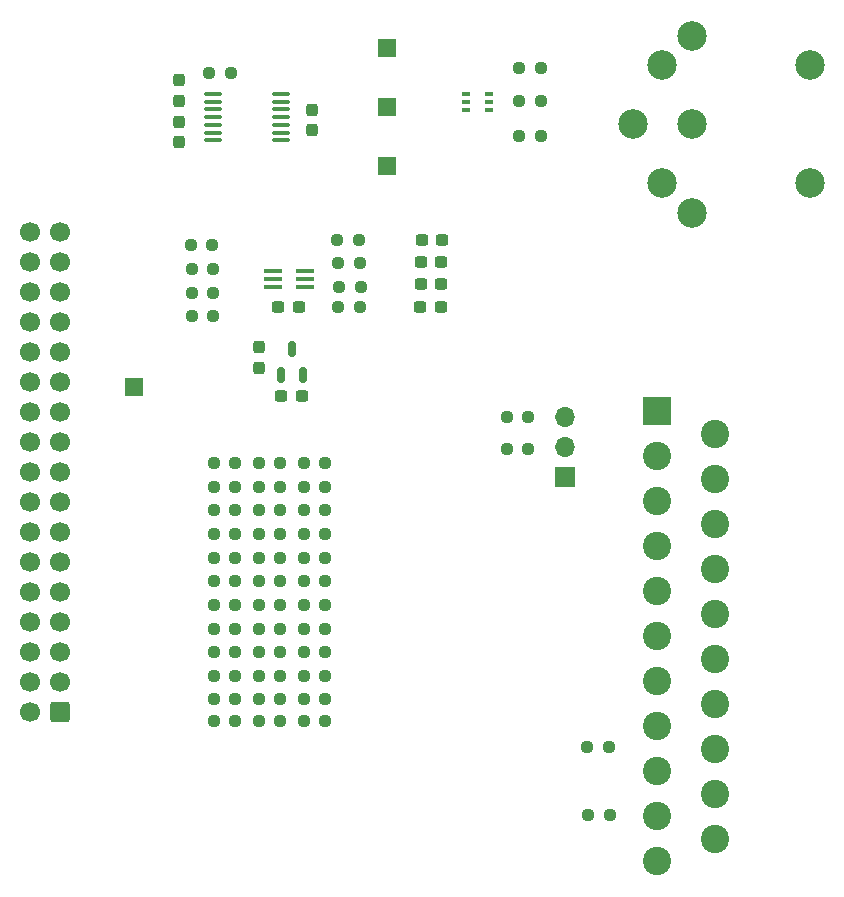
<source format=gts>
G04 #@! TF.GenerationSoftware,KiCad,Pcbnew,8.0.4+dfsg-1*
G04 #@! TF.CreationDate,2025-03-15T13:20:52+01:00*
G04 #@! TF.ProjectId,olimex-ice40-scart-header,6f6c696d-6578-42d6-9963-6534302d7363,rev?*
G04 #@! TF.SameCoordinates,Original*
G04 #@! TF.FileFunction,Soldermask,Top*
G04 #@! TF.FilePolarity,Negative*
%FSLAX46Y46*%
G04 Gerber Fmt 4.6, Leading zero omitted, Abs format (unit mm)*
G04 Created by KiCad (PCBNEW 8.0.4+dfsg-1) date 2025-03-15 13:20:52*
%MOMM*%
%LPD*%
G01*
G04 APERTURE LIST*
G04 Aperture macros list*
%AMRoundRect*
0 Rectangle with rounded corners*
0 $1 Rounding radius*
0 $2 $3 $4 $5 $6 $7 $8 $9 X,Y pos of 4 corners*
0 Add a 4 corners polygon primitive as box body*
4,1,4,$2,$3,$4,$5,$6,$7,$8,$9,$2,$3,0*
0 Add four circle primitives for the rounded corners*
1,1,$1+$1,$2,$3*
1,1,$1+$1,$4,$5*
1,1,$1+$1,$6,$7*
1,1,$1+$1,$8,$9*
0 Add four rect primitives between the rounded corners*
20,1,$1+$1,$2,$3,$4,$5,0*
20,1,$1+$1,$4,$5,$6,$7,0*
20,1,$1+$1,$6,$7,$8,$9,0*
20,1,$1+$1,$8,$9,$2,$3,0*%
G04 Aperture macros list end*
%ADD10RoundRect,0.237500X0.250000X0.237500X-0.250000X0.237500X-0.250000X-0.237500X0.250000X-0.237500X0*%
%ADD11RoundRect,0.237500X0.300000X0.237500X-0.300000X0.237500X-0.300000X-0.237500X0.300000X-0.237500X0*%
%ADD12RoundRect,0.237500X-0.250000X-0.237500X0.250000X-0.237500X0.250000X0.237500X-0.250000X0.237500X0*%
%ADD13RoundRect,0.237500X0.237500X-0.300000X0.237500X0.300000X-0.237500X0.300000X-0.237500X-0.300000X0*%
%ADD14RoundRect,0.237500X-0.300000X-0.237500X0.300000X-0.237500X0.300000X0.237500X-0.300000X0.237500X0*%
%ADD15RoundRect,0.100000X-0.650000X-0.100000X0.650000X-0.100000X0.650000X0.100000X-0.650000X0.100000X0*%
%ADD16R,1.700000X1.700000*%
%ADD17O,1.700000X1.700000*%
%ADD18C,2.500000*%
%ADD19RoundRect,0.237500X-0.237500X0.300000X-0.237500X-0.300000X0.237500X-0.300000X0.237500X0.300000X0*%
%ADD20R,2.400000X2.400000*%
%ADD21C,2.400000*%
%ADD22RoundRect,0.100000X-0.225000X-0.100000X0.225000X-0.100000X0.225000X0.100000X-0.225000X0.100000X0*%
%ADD23R,1.500000X1.500000*%
%ADD24RoundRect,0.150000X0.150000X-0.512500X0.150000X0.512500X-0.150000X0.512500X-0.150000X-0.512500X0*%
%ADD25RoundRect,0.250000X0.600000X0.600000X-0.600000X0.600000X-0.600000X-0.600000X0.600000X-0.600000X0*%
%ADD26C,1.700000*%
%ADD27RoundRect,0.100000X-0.637500X-0.100000X0.637500X-0.100000X0.637500X0.100000X-0.637500X0.100000X0*%
G04 APERTURE END LIST*
D10*
X151440000Y-86690000D03*
X149615000Y-86690000D03*
X147630000Y-92690000D03*
X145805000Y-92690000D03*
D11*
X152975000Y-63500000D03*
X151250000Y-63500000D03*
D10*
X151440000Y-78690000D03*
X149615000Y-78690000D03*
D12*
X177500000Y-106500000D03*
X179325000Y-106500000D03*
X143837500Y-58250000D03*
X145662500Y-58250000D03*
D10*
X155250000Y-90690000D03*
X153425000Y-90690000D03*
X151440000Y-76690000D03*
X149615000Y-76690000D03*
D13*
X142837500Y-46000000D03*
X142837500Y-44275000D03*
D10*
X155250000Y-88690000D03*
X153425000Y-88690000D03*
X155250000Y-98500000D03*
X153425000Y-98500000D03*
D14*
X163275000Y-63500000D03*
X165000000Y-63500000D03*
D15*
X150840000Y-60450000D03*
X150840000Y-61100000D03*
X150840000Y-61750000D03*
X153500000Y-61750000D03*
X153500000Y-61100000D03*
X153500000Y-60450000D03*
D10*
X147630000Y-82690000D03*
X145805000Y-82690000D03*
X151440000Y-92690000D03*
X149615000Y-92690000D03*
X173500000Y-46000000D03*
X171675000Y-46000000D03*
X147630000Y-84690000D03*
X145805000Y-84690000D03*
D12*
X143925000Y-60250000D03*
X145750000Y-60250000D03*
D10*
X147630000Y-98500000D03*
X145805000Y-98500000D03*
D12*
X156337500Y-63500000D03*
X158162500Y-63500000D03*
D10*
X147630000Y-78690000D03*
X145805000Y-78690000D03*
D12*
X145425000Y-43637500D03*
X147250000Y-43637500D03*
D10*
X173500000Y-43250000D03*
X171675000Y-43250000D03*
X155250000Y-80690000D03*
X153425000Y-80690000D03*
D14*
X163325000Y-59655000D03*
X165050000Y-59655000D03*
D10*
X173500000Y-49000000D03*
X171675000Y-49000000D03*
X151440000Y-98500000D03*
X149615000Y-98500000D03*
X151440000Y-84690000D03*
X149615000Y-84690000D03*
D14*
X163387500Y-57750000D03*
X165112500Y-57750000D03*
D10*
X155250000Y-92690000D03*
X153425000Y-92690000D03*
X155250000Y-96690000D03*
X153425000Y-96690000D03*
X155250000Y-94690000D03*
X153425000Y-94690000D03*
X151440000Y-82690000D03*
X149615000Y-82690000D03*
X155250000Y-76690000D03*
X153425000Y-76690000D03*
D11*
X153250000Y-71000000D03*
X151525000Y-71000000D03*
D10*
X147630000Y-76690000D03*
X145805000Y-76690000D03*
D16*
X175500000Y-77830000D03*
D17*
X175500000Y-75290000D03*
X175500000Y-72750000D03*
D12*
X156337500Y-59750000D03*
X158162500Y-59750000D03*
X170587500Y-75500000D03*
X172412500Y-75500000D03*
D18*
X186250000Y-40500000D03*
X183750000Y-43000000D03*
X186250000Y-48000000D03*
X183750000Y-53000000D03*
X186250000Y-55500000D03*
X181250000Y-48000000D03*
X196250000Y-43000000D03*
X196250000Y-53000000D03*
D12*
X170587500Y-72750000D03*
X172412500Y-72750000D03*
D10*
X155250000Y-82690000D03*
X153425000Y-82690000D03*
D12*
X143925000Y-64250000D03*
X145750000Y-64250000D03*
D19*
X154087500Y-46775000D03*
X154087500Y-48500000D03*
D10*
X151440000Y-88690000D03*
X149615000Y-88690000D03*
X179250000Y-100750000D03*
X177425000Y-100750000D03*
X155250000Y-84690000D03*
X153425000Y-84690000D03*
D20*
X183350000Y-72305000D03*
D21*
X188250000Y-74210000D03*
X183350000Y-76115000D03*
X188250000Y-78020000D03*
X183350000Y-79925000D03*
X188250000Y-81830000D03*
X183350000Y-83735000D03*
X188250000Y-85640000D03*
X183350000Y-87545000D03*
X188250000Y-89450000D03*
X183350000Y-91355000D03*
X188250000Y-93260000D03*
X183350000Y-95165000D03*
X188250000Y-97070000D03*
X183350000Y-98975000D03*
X188250000Y-100880000D03*
X183350000Y-102785000D03*
X188250000Y-104690000D03*
X183350000Y-106595000D03*
X188250000Y-108500000D03*
X183350000Y-110405000D03*
D10*
X147630000Y-88690000D03*
X145805000Y-88690000D03*
D22*
X167187500Y-45450000D03*
X167187500Y-46100000D03*
X167187500Y-46750000D03*
X169087500Y-46750000D03*
X169087500Y-46100000D03*
X169087500Y-45450000D03*
D23*
X160500000Y-46500000D03*
D12*
X143925000Y-62250000D03*
X145750000Y-62250000D03*
D10*
X147630000Y-96690000D03*
X145805000Y-96690000D03*
D23*
X160500000Y-51500000D03*
D24*
X151487500Y-69250000D03*
X153387500Y-69250000D03*
X152437500Y-66975000D03*
D10*
X155250000Y-86690000D03*
X153425000Y-86690000D03*
D23*
X160500000Y-41500000D03*
D25*
X132790000Y-97750000D03*
D26*
X130250000Y-97750000D03*
X132790000Y-95210000D03*
X130250000Y-95210000D03*
X132790000Y-92670000D03*
X130250000Y-92670000D03*
X132790000Y-90130000D03*
X130250000Y-90130000D03*
X132790000Y-87590000D03*
X130250000Y-87590000D03*
X132790000Y-85050000D03*
X130250000Y-85050000D03*
X132790000Y-82510000D03*
X130250000Y-82510000D03*
X132790000Y-79970000D03*
X130250000Y-79970000D03*
X132790000Y-77430000D03*
X130250000Y-77430000D03*
X132790000Y-74890000D03*
X130250000Y-74890000D03*
X132790000Y-72350000D03*
X130250000Y-72350000D03*
X132790000Y-69810000D03*
X130250000Y-69810000D03*
X132790000Y-67270000D03*
X130250000Y-67270000D03*
X132790000Y-64730000D03*
X130250000Y-64730000D03*
X132790000Y-62190000D03*
X130250000Y-62190000D03*
X132790000Y-59650000D03*
X130250000Y-59650000D03*
X132790000Y-57110000D03*
X130250000Y-57110000D03*
D10*
X155250000Y-78690000D03*
X153425000Y-78690000D03*
X147630000Y-86690000D03*
X145805000Y-86690000D03*
D12*
X156425000Y-61750000D03*
X158250000Y-61750000D03*
D14*
X163325000Y-61500000D03*
X165050000Y-61500000D03*
D10*
X151440000Y-94690000D03*
X149615000Y-94690000D03*
X147630000Y-94690000D03*
X145805000Y-94690000D03*
D27*
X145725000Y-45437500D03*
X145725000Y-46087500D03*
X145725000Y-46737500D03*
X145725000Y-47387500D03*
X145725000Y-48037500D03*
X145725000Y-48687500D03*
X145725000Y-49337500D03*
X151450000Y-49337500D03*
X151450000Y-48687500D03*
X151450000Y-48037500D03*
X151450000Y-47387500D03*
X151450000Y-46737500D03*
X151450000Y-46087500D03*
X151450000Y-45437500D03*
D10*
X147630000Y-90690000D03*
X145805000Y-90690000D03*
D12*
X156250000Y-57750000D03*
X158075000Y-57750000D03*
D10*
X151440000Y-96690000D03*
X149615000Y-96690000D03*
D23*
X139000000Y-70250000D03*
D19*
X149637500Y-66887500D03*
X149637500Y-68612500D03*
D10*
X151440000Y-90690000D03*
X149615000Y-90690000D03*
X151440000Y-80690000D03*
X149615000Y-80690000D03*
X147630000Y-80690000D03*
X145805000Y-80690000D03*
D13*
X142837500Y-49500000D03*
X142837500Y-47775000D03*
M02*

</source>
